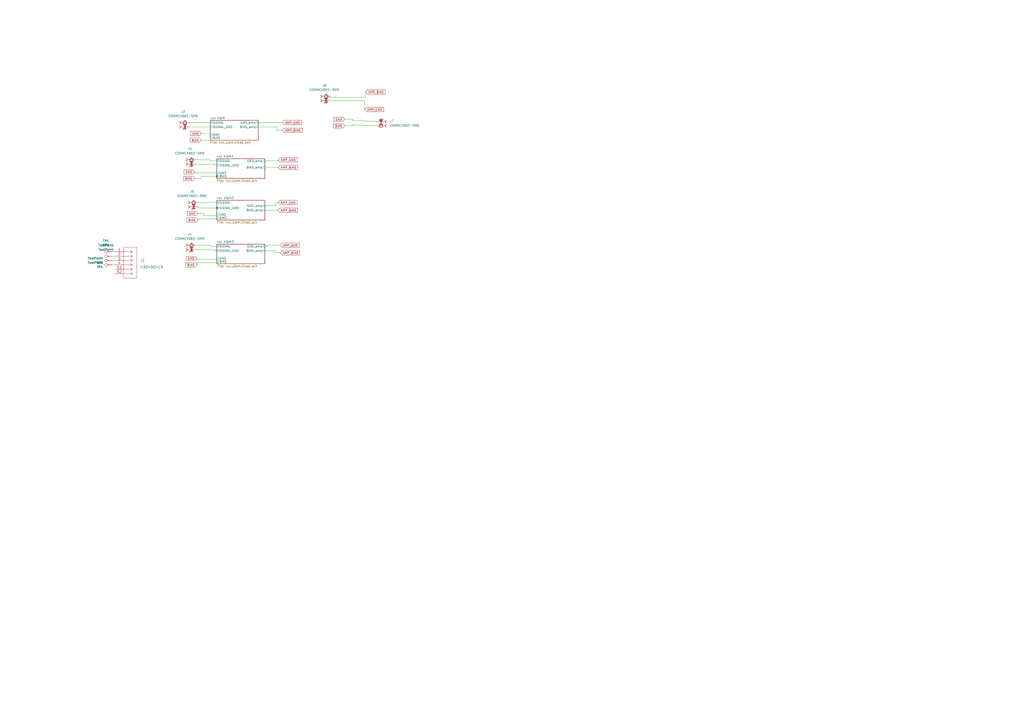
<source format=kicad_sch>
(kicad_sch (version 20211123) (generator eeschema)
  (paper "A2")
  (lib_symbols
    (symbol "2023-02-26_21-14-33:430450419" (pin_names (offset 0.254) hide)
      (property "Reference" "J" (at 8.89 6.35 0))
      (property "Value" "430450419" (at 10.16 -5.08 0))
      (symbol "430450419_1_1"
        (polyline (pts (xy 5.08 -15.24) (xy 12.7 -15.24)) (stroke (width 0.127)))
        (polyline (pts (xy 5.08 2.54) (xy 5.08 -15.24)) (stroke (width 0.127)))
        (polyline (pts (xy 10.16 -12.7) (xy 5.08 -12.7)) (stroke (width 0.127)))
        (polyline (pts (xy 10.16 -12.7) (xy 8.89 -13.5382)) (stroke (width 0.127)))
        (polyline (pts (xy 10.16 -12.7) (xy 8.89 -11.8618)) (stroke (width 0.127)))
        (polyline (pts (xy 10.16 -10.16) (xy 5.08 -10.16)) (stroke (width 0.127)))
        (polyline (pts (xy 10.16 -10.16) (xy 8.89 -10.9982)) (stroke (width 0.127)))
        (polyline (pts (xy 10.16 -10.16) (xy 8.89 -9.3218)) (stroke (width 0.127)))
        (polyline (pts (xy 10.16 -7.62) (xy 5.08 -7.62)) (stroke (width 0.127)))
        (polyline (pts (xy 10.16 -7.62) (xy 8.89 -8.4582)) (stroke (width 0.127)))
        (polyline (pts (xy 10.16 -7.62) (xy 8.89 -6.7818)) (stroke (width 0.127)))
        (polyline (pts (xy 10.16 -5.08) (xy 5.08 -5.08)) (stroke (width 0.127)))
        (polyline (pts (xy 10.16 -5.08) (xy 8.89 -5.9182)) (stroke (width 0.127)))
        (polyline (pts (xy 10.16 -5.08) (xy 8.89 -4.2418)) (stroke (width 0.127)))
        (polyline (pts (xy 10.16 -2.54) (xy 5.08 -2.54)) (stroke (width 0.127)))
        (polyline (pts (xy 10.16 -2.54) (xy 8.89 -3.3782)) (stroke (width 0.127)))
        (polyline (pts (xy 10.16 -2.54) (xy 8.89 -1.7018)) (stroke (width 0.127)))
        (polyline (pts (xy 10.16 0) (xy 5.08 0)) (stroke (width 0.127)))
        (polyline (pts (xy 10.16 0) (xy 8.89 -0.8382)) (stroke (width 0.127)))
        (polyline (pts (xy 10.16 0) (xy 8.89 0.8382)) (stroke (width 0.127)))
        (polyline (pts (xy 12.7 -15.24) (xy 12.7 2.54)) (stroke (width 0.127)))
        (polyline (pts (xy 12.7 2.54) (xy 5.08 2.54)) (stroke (width 0.127)))
        (pin unspecified line (at 0 0 0) (length 5.08) (name "1") (number "1"))
        (pin unspecified line (at 0 -2.54 0) (length 5.08) (name "2") (number "2"))
        (pin unspecified line (at 0 -5.08 0) (length 5.08) (name "3") (number "3"))
        (pin unspecified line (at 0 -7.62 0) (length 5.08) (name "4") (number "4"))
        (pin unspecified line (at 0 -10.16 0) (length 5.08) (name "S1") (number "S1"))
        (pin unspecified line (at 0 -12.7 0) (length 5.08) (name "S2") (number "S2"))
      )
    )
    (symbol "Connector:CONMCX002-SMD" (pin_names (offset 1.016))
      (property "Reference" "J" (at -3.81 4.064 0))
      (property "Value" "CONMCX002-SMD" (at -4.064 -4.318 0))
      (symbol "CONMCX002-SMD_0_0"
        (arc (start -3.175 -0.635) (mid -2.54 0) (end -3.175 0.635) (stroke (width 0.254)))
        (arc (start -3.175 1.905) (mid -2.54 2.54) (end -3.175 3.175) (stroke (width 0.254)))
        (polyline (pts (xy -1.016 1.524) (xy 0 1.524)) (stroke (width 0.254)))
        (polyline (pts (xy -0.762 -0.762) (xy -1.27 -1.524)) (stroke (width 0.254)))
        (polyline (pts (xy 0 -0.762) (xy -0.762 -0.762)) (stroke (width 0.254)))
        (polyline (pts (xy 0 -0.762) (xy -0.508 -1.524)) (stroke (width 0.254)))
        (polyline (pts (xy 0 -0.762) (xy 0.762 -0.762)) (stroke (width 0.254)))
        (polyline (pts (xy 0 1.524) (xy 0 -0.762)) (stroke (width 0.254)))
        (polyline (pts (xy 0 1.524) (xy 1.016 1.524)) (stroke (width 0.254)))
        (polyline (pts (xy 0.762 -0.762) (xy 0.254 -1.524)) (stroke (width 0.254)))
        (circle (center 0 0) (radius 0.254) (stroke (width 0.254)))
        (circle (center 0 2.54) (radius 1.016) (stroke (width 0.254)))
        (pin passive line (at 2.54 2.54 180) (length 5.08) (name "~") (number "1"))
        (pin passive line (at 2.54 0 180) (length 5.08) (name "~") (number "S1"))
      )
    )
    (symbol "Connector:TestPoint" (pin_numbers hide) (pin_names (offset 0.762) hide)
      (property "Reference" "TP" (at 0 6.858 0))
      (property "Value" "TestPoint" (at 0 5.08 0))
      (symbol "TestPoint_0_1"
        (circle (center 0 3.302) (radius 0.762))
      )
      (symbol "TestPoint_1_1"
        (pin passive line (at 0 0 90) (length 2.54) (name "1") (number "1"))
      )
    )
  )
  (junction (at 125.73 120.65))
  (junction (at 125.73 102.235))
  (wire (pts (xy 200.025 73.025) (xy 204.47 73.025)))
  (wire (pts (xy 149.86 73.66) (xy 160.655 73.66)))
  (wire (pts (xy 191.77 58.42) (xy 211.455 58.42)))
  (wire (pts (xy 125.73 120.65) (xy 126.365 120.015)))
  (wire (pts (xy 116.84 103.505) (xy 116.84 102.235)))
  (wire (pts (xy 218.44 70.485) (xy 204.47 69.85)))
  (wire (pts (xy 113.03 103.505) (xy 116.84 103.505)))
  (wire (pts (xy 162.56 142.24) (xy 154.94 142.24)))
  (wire (pts (xy 160.02 117.475) (xy 161.29 117.475)))
  (wire (pts (xy 191.135 56.515) (xy 212.09 56.515)))
  (wire (pts (xy 113.665 95.25) (xy 124.46 95.25)))
  (wire (pts (xy 124.46 145.415) (xy 125.73 145.415)))
  (wire (pts (xy 116.84 81.28) (xy 121.92 81.28)))
  (wire (pts (xy 160.655 75.565) (xy 160.655 73.66)))
  (wire (pts (xy 124.46 95.25) (xy 124.46 95.885)))
  (wire (pts (xy 121.92 77.47) (xy 121.92 78.105)))
  (wire (pts (xy 114.3 150.495) (xy 125.73 150.495)))
  (wire (pts (xy 154.94 142.24) (xy 154.94 142.875)))
  (wire (pts (xy 113.665 92.71) (xy 121.92 92.71)))
  (wire (pts (xy 116.84 77.47) (xy 121.92 77.47)))
  (wire (pts (xy 153.67 145.415) (xy 159.385 145.415)))
  (wire (pts (xy 118.11 125.095) (xy 125.73 125.095)))
  (wire (pts (xy 162.56 146.685) (xy 159.385 146.685)))
  (wire (pts (xy 204.47 72.39) (xy 204.47 73.025)))
  (wire (pts (xy 125.73 142.875) (xy 121.92 142.875)))
  (wire (pts (xy 160.02 119.38) (xy 160.02 117.475)))
  (wire (pts (xy 64.77 153.67) (xy 66.675 153.67)))
  (wire (pts (xy 153.67 93.345) (xy 161.29 93.345)))
  (wire (pts (xy 125.73 102.87) (xy 125.73 102.235)))
  (wire (pts (xy 211.455 58.42) (xy 211.455 63.5)))
  (wire (pts (xy 204.47 72.39) (xy 218.44 73.025)))
  (wire (pts (xy 125.73 93.345) (xy 121.92 93.345)))
  (wire (pts (xy 191.135 56.515) (xy 191.135 55.88)))
  (wire (pts (xy 113.665 144.78) (xy 124.46 144.78)))
  (wire (pts (xy 113.03 100.33) (xy 125.73 100.33)))
  (wire (pts (xy 64.77 148.59) (xy 66.675 148.59)))
  (wire (pts (xy 116.84 102.235) (xy 125.73 102.235)))
  (wire (pts (xy 124.46 144.78) (xy 124.46 145.415)))
  (wire (pts (xy 114.3 150.495) (xy 114.3 149.86)))
  (wire (pts (xy 109.855 73.66) (xy 121.92 73.66)))
  (wire (pts (xy 125.73 120.65) (xy 114.935 120.65)))
  (wire (pts (xy 114.935 120.65) (xy 114.935 120.015)))
  (wire (pts (xy 204.47 69.85) (xy 204.47 69.215)))
  (wire (pts (xy 114.3 152.4) (xy 125.73 152.4)))
  (wire (pts (xy 125.73 127) (xy 125.73 126.365)))
  (wire (pts (xy 191.135 55.88) (xy 191.77 55.88)))
  (wire (pts (xy 64.77 146.05) (xy 66.675 146.05)))
  (wire (pts (xy 118.11 123.825) (xy 114.935 123.825)))
  (wire (pts (xy 114.935 127) (xy 114.935 127.635)))
  (wire (pts (xy 153.67 142.875) (xy 154.94 142.875)))
  (wire (pts (xy 153.67 97.155) (xy 161.29 97.155)))
  (wire (pts (xy 163.83 75.565) (xy 160.655 75.565)))
  (wire (pts (xy 212.09 56.515) (xy 212.09 53.34)))
  (wire (pts (xy 149.86 71.12) (xy 163.83 71.12)))
  (wire (pts (xy 161.29 93.345) (xy 161.29 92.71)))
  (wire (pts (xy 64.77 151.13) (xy 66.675 151.13)))
  (wire (pts (xy 153.67 119.38) (xy 160.02 119.38)))
  (wire (pts (xy 159.385 145.415) (xy 159.385 146.685)))
  (wire (pts (xy 125.73 150.495) (xy 125.73 149.86)))
  (wire (pts (xy 125.73 152.4) (xy 125.73 151.765)))
  (wire (pts (xy 124.46 95.885) (xy 125.73 95.885)))
  (wire (pts (xy 153.67 121.92) (xy 161.29 121.92)))
  (wire (pts (xy 109.855 71.12) (xy 121.92 71.12)))
  (wire (pts (xy 113.665 142.24) (xy 121.92 142.24)))
  (wire (pts (xy 114.935 127) (xy 125.73 127)))
  (wire (pts (xy 118.11 125.095) (xy 118.11 123.825)))
  (wire (pts (xy 204.47 69.215) (xy 200.025 69.215)))
  (wire (pts (xy 121.92 80.01) (xy 121.92 81.28)))
  (wire (pts (xy 113.03 100.33) (xy 113.03 99.695)))
  (wire (pts (xy 114.935 117.475) (xy 125.73 117.475)))
  (wire (pts (xy 126.365 120.65) (xy 125.73 120.65)))
  (wire (pts (xy 125.73 125.095) (xy 125.73 124.46)))
  (wire (pts (xy 114.3 152.4) (xy 114.3 153.67)))
  (wire (pts (xy 121.92 142.875) (xy 121.92 142.24)))
  (wire (pts (xy 121.92 93.345) (xy 121.92 92.71)))
  (global_label "BIAS" (shape input) (at 114.935 127.635 180) (property "Intersheet References" "${INTERSHEET_REFS}" (effects hide)))
  (global_label "BIAS" (shape input) (at 200.025 73.025 180) (property "Intersheet References" "${INTERSHEET_REFS}" (effects hide)))
  (global_label "AMP_BIAS" (shape input) (at 161.29 97.155 0) (property "Intersheet References" "${INTERSHEET_REFS}" (effects hide)))
  (global_label "BIAS" (shape input) (at 113.03 103.505 180) (property "Intersheet References" "${INTERSHEET_REFS}" (effects hide)))
  (global_label "AMP_BIAS" (shape input) (at 163.83 75.565 0) (property "Intersheet References" "${INTERSHEET_REFS}" (effects hide)))
  (global_label "GND" (shape input) (at 113.03 99.695 180) (property "Intersheet References" "${INTERSHEET_REFS}" (effects hide)))
  (global_label "BIAS" (shape input) (at 114.3 153.67 180) (property "Intersheet References" "${INTERSHEET_REFS}" (effects hide)))
  (global_label "AMP_GND" (shape input) (at 162.56 142.24 0) (property "Intersheet References" "${INTERSHEET_REFS}" (effects hide)))
  (global_label "AMP_GND" (shape input) (at 161.29 117.475 0) (property "Intersheet References" "${INTERSHEET_REFS}" (effects hide)))
  (global_label "AMP_GND" (shape input) (at 163.83 71.12 0) (property "Intersheet References" "${INTERSHEET_REFS}" (effects hide)))
  (global_label "GND" (shape input) (at 114.935 123.825 180) (property "Intersheet References" "${INTERSHEET_REFS}" (effects hide)))
  (global_label "AMP_BIAS" (shape input) (at 162.56 146.685 0) (property "Intersheet References" "${INTERSHEET_REFS}" (effects hide)))
  (global_label "AMP_BIAS" (shape input) (at 161.29 121.92 0) (property "Intersheet References" "${INTERSHEET_REFS}" (effects hide)))
  (global_label "AMP_GND" (shape input) (at 211.455 63.5 0) (property "Intersheet References" "${INTERSHEET_REFS}" (effects hide)))
  (global_label "GND" (shape input) (at 200.025 69.215 180) (property "Intersheet References" "${INTERSHEET_REFS}" (effects hide)))
  (global_label "BIAS" (shape input) (at 116.84 81.28 180) (property "Intersheet References" "${INTERSHEET_REFS}" (effects hide)))
  (global_label "AMP_BIAS" (shape input) (at 212.09 53.34 0) (property "Intersheet References" "${INTERSHEET_REFS}" (effects hide)))
  (global_label "GND" (shape input) (at 114.3 149.86 180) (property "Intersheet References" "${INTERSHEET_REFS}" (effects hide)))
  (global_label "AMP_GND" (shape input) (at 161.29 92.71 0) (property "Intersheet References" "${INTERSHEET_REFS}" (effects hide)))
  (global_label "GND" (shape input) (at 116.84 77.47 180) (property "Intersheet References" "${INTERSHEET_REFS}" (effects hide)))
  (symbol (lib_id "Connector:CONMCX002-SMD") (at 112.395 120.015 0) (unit 1)
    (property "Reference" "J5" (at 111.3155 111.125 0))
    (property "Value" "CONMCX002-SMD" (at 111.3155 113.665 0))
    (property "Footprint" "Connector:LINX_CONMCX002-SMD" (effects hide))
  )
  (symbol (lib_id "Connector:CONMCX002-SMD") (at 111.125 144.78 0) (unit 1)
    (property "Reference" "J4" (at 110.0455 135.89 0))
    (property "Value" "CONMCX002-SMD" (at 110.0455 138.43 0))
    (property "Footprint" "Connector:LINX_CONMCX002-SMD" (effects hide))
  )
  (symbol (lib_id "Connector:CONMCX002-SMD") (at 107.315 73.66 0) (unit 1)
    (property "Reference" "J2" (at 106.2355 64.77 0))
    (property "Value" "CONMCX002-SMD" (at 106.2355 67.31 0))
    (property "Footprint" "Connector:LINX_CONMCX002-SMD" (effects hide))
  )
  (symbol (lib_id "Connector:CONMCX002-SMD") (at 111.125 95.25 0) (unit 1)
    (property "Reference" "J3" (at 110.0455 86.36 0))
    (property "Value" "CONMCX002-SMD" (at 110.0455 88.9 0))
    (property "Footprint" "Connector:LINX_CONMCX002-SMD" (effects hide))
  )
  (symbol (lib_id "Connector:TestPoint") (at 64.77 153.67 90) (unit 1)
    (property "Reference" "TP4" (at 59.69 154.9401 90) (effects (justify left)))
    (property "Value" "TestPoint" (at 59.69 152.4001 90) (effects (justify left)))
    (property "Footprint" "TestPoint:TestPoint_Loop_D3.80mm_Drill2.0mm" (effects hide))
  )
  (symbol (lib_id "Connector:TestPoint") (at 64.77 148.59 90) (unit 1)
    (property "Reference" "TP2" (at 61.468 142.24 90))
    (property "Value" "TestPoint" (at 61.468 144.78 90))
    (property "Footprint" "TestPoint:TestPoint_Loop_D3.80mm_Drill2.0mm" (effects hide))
  )
  (symbol (lib_id "Connector:TestPoint") (at 64.77 146.05 90) (unit 1)
    (property "Reference" "TP1" (at 61.468 139.7 90))
    (property "Value" "TestPoint" (at 61.468 142.24 90))
    (property "Footprint" "TestPoint:TestPoint_Loop_D3.80mm_Drill2.0mm" (effects hide))
  )
  (symbol (lib_id "2023-02-26_21-14-33:430450419") (at 66.675 146.05 0) (unit 1)
    (property "Reference" "J1" (at 81.28 151.13 0) (effects (font (size 1.524 1.524)) (justify left)))
    (property "Value" "430450419" (at 81.28 154.94 0) (effects (font (size 1.524 1.524)) (justify left)))
    (property "Footprint" "Connector_Pin:CONN4_2383942-4_TEC" (effects hide))
  )
  (symbol (lib_id "Connector:CONMCX002-SMD") (at 220.98 70.485 180) (unit 1)
    (property "Reference" "J7" (at 226.06 70.2309 0) (effects (justify right)))
    (property "Value" "CONMCX002-SMD" (at 226.06 72.7709 0) (effects (justify right)))
    (property "Footprint" "Connector:LINX_CONMCX002-SMD" (effects hide))
  )
  (symbol (lib_id "Connector:TestPoint") (at 64.77 151.13 90) (unit 1)
    (property "Reference" "TP3" (at 59.69 152.4001 90) (effects (justify left)))
    (property "Value" "TestPoint" (at 59.69 149.8601 90) (effects (justify left)))
    (property "Footprint" "TestPoint:TestPoint_Loop_D3.80mm_Drill2.0mm" (effects hide))
  )
  (symbol (lib_id "Connector:CONMCX002-SMD") (at 189.23 58.42 0) (unit 1)
    (property "Reference" "J6" (at 188.1505 49.53 0))
    (property "Value" "CONMCX002-SMD" (at 188.1505 52.07 0))
    (property "Footprint" "Connector:LINX_CONMCX002-SMD" (effects hide))
  )
  (sheet (at 125.73 116.205) (size 27.94 11.43) (stroke (width 0.1524))
    (property "Sheet name" "vuv sipm2" (at 125.73 115.4934 0) (effects (justify left bottom)))
    (property "Sheet file" "vuv_sipm.kicad_sch" (at 125.73 128.2196 0) (effects (justify left top)))
    (pin "GND" input (at 125.73 124.46 180))
    (pin "BIAS" input (at 125.73 126.365 180))
    (pin "SIGNAL" output (at 125.73 117.475 180))
    (pin "BIAS_amp" input (at 153.67 121.92 0))
    (pin "SIGNAL_GND" input (at 125.73 120.65 180))
    (pin "GND_amp" input (at 153.67 119.38 0))
  )
  (sheet (at 125.73 92.075) (size 27.94 11.43) (stroke (width 0.1524))
    (property "Sheet name" "vuv sipm1" (at 125.73 91.3634 0) (effects (justify left bottom)))
    (property "Sheet file" "vuv_sipm.kicad_sch" (at 125.73 104.0896 0) (effects (justify left top)))
    (pin "GND" input (at 125.73 100.33 180))
    (pin "BIAS" input (at 125.73 102.235 180))
    (pin "SIGNAL" output (at 125.73 93.345 180))
    (pin "BIAS_amp" input (at 153.67 97.155 0))
    (pin "SIGNAL_GND" input (at 125.73 95.885 180))
    (pin "GND_amp" input (at 153.67 93.345 0))
  )
  (sheet (at 125.73 141.605) (size 27.94 11.43) (stroke (width 0.1524))
    (property "Sheet name" "vuv sipm3" (at 125.73 140.8934 0) (effects (justify left bottom)))
    (property "Sheet file" "vuv_sipm.kicad_sch" (at 125.73 153.6196 0) (effects (justify left top)))
    (pin "GND" input (at 125.73 149.86 180))
    (pin "BIAS" input (at 125.73 151.765 180))
    (pin "SIGNAL" output (at 125.73 142.875 180))
    (pin "BIAS_amp" input (at 153.67 145.415 0))
    (pin "SIGNAL_GND" input (at 125.73 145.415 180))
    (pin "GND_amp" input (at 153.67 142.875 0))
  )
  (sheet (at 121.92 69.85) (size 27.94 11.43) (stroke (width 0.1524))
    (property "Sheet name" "vuv sipm" (at 121.92 69.1384 0) (effects (justify left bottom)))
    (property "Sheet file" "vuv_sipm.kicad_sch" (at 121.92 81.8646 0) (effects (justify left top)))
    (pin "GND" input (at 121.92 78.105 180))
    (pin "BIAS" input (at 121.92 80.01 180))
    (pin "SIGNAL" output (at 121.92 71.12 180))
    (pin "BIAS_amp" input (at 149.86 73.66 0))
    (pin "SIGNAL_GND" input (at 121.92 73.66 180))
    (pin "GND_amp" input (at 149.86 71.12 0))
  )
)
</source>
